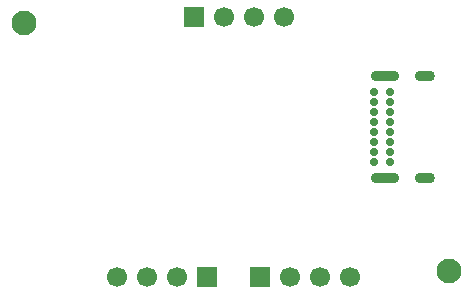
<source format=gbr>
%TF.GenerationSoftware,KiCad,Pcbnew,9.0.2*%
%TF.CreationDate,2025-06-11T21:18:27+05:30*%
%TF.ProjectId,STM 32,53544d20-3332-42e6-9b69-6361645f7063,rev?*%
%TF.SameCoordinates,Original*%
%TF.FileFunction,Soldermask,Bot*%
%TF.FilePolarity,Negative*%
%FSLAX46Y46*%
G04 Gerber Fmt 4.6, Leading zero omitted, Abs format (unit mm)*
G04 Created by KiCad (PCBNEW 9.0.2) date 2025-06-11 21:18:27*
%MOMM*%
%LPD*%
G01*
G04 APERTURE LIST*
%ADD10R,1.700000X1.700000*%
%ADD11C,1.700000*%
%ADD12C,2.100000*%
%ADD13C,0.700000*%
%ADD14O,2.400000X0.900000*%
%ADD15O,1.700000X0.900000*%
G04 APERTURE END LIST*
D10*
%TO.C,UART*%
X104000000Y-113000000D03*
D11*
X101460000Y-113000000D03*
X98920000Y-113000000D03*
X96380000Y-113000000D03*
%TD*%
D10*
%TO.C,I2C*%
X108500000Y-113000000D03*
D11*
X111040000Y-113000000D03*
X113580000Y-113000000D03*
X116120000Y-113000000D03*
%TD*%
D12*
%TO.C,H1*%
X88500000Y-91500000D03*
%TD*%
D13*
%TO.C,USB*%
X118140000Y-103300000D03*
X118140000Y-102450000D03*
X118140000Y-101600000D03*
X118140000Y-100750000D03*
X118140000Y-99900000D03*
X118140000Y-99050000D03*
X118140000Y-98200000D03*
X118140000Y-97350000D03*
X119490000Y-97350000D03*
X119490000Y-98200000D03*
X119490000Y-99050000D03*
X119490000Y-99900000D03*
X119490000Y-100750000D03*
X119490000Y-101600000D03*
X119490000Y-102450000D03*
X119490000Y-103300000D03*
D14*
X119120000Y-104650000D03*
D15*
X122500000Y-104650000D03*
D14*
X119120000Y-96000000D03*
D15*
X122500000Y-96000000D03*
%TD*%
D12*
%TO.C,H2*%
X124500000Y-112500000D03*
%TD*%
D10*
%TO.C,SWD*%
X102960000Y-91000000D03*
D11*
X105500000Y-91000000D03*
X108040000Y-91000000D03*
X110580000Y-91000000D03*
%TD*%
M02*

</source>
